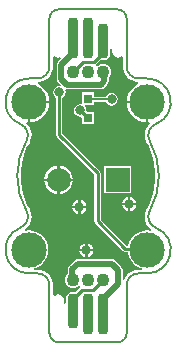
<source format=gtl>
G04*
G04 #@! TF.GenerationSoftware,Altium Limited,Altium Designer,21.6.4 (81)*
G04*
G04 Layer_Physical_Order=1*
G04 Layer_Color=255*
%FSAX25Y25*%
%MOIN*%
G70*
G04*
G04 #@! TF.SameCoordinates,9A5FF030-8DC4-432F-A364-1BA2AF03453A*
G04*
G04*
G04 #@! TF.FilePolarity,Positive*
G04*
G01*
G75*
%ADD13C,0.00787*%
G04:AMPARAMS|DCode=15|XSize=35.43mil|YSize=135.83mil|CornerRadius=13.82mil|HoleSize=0mil|Usage=FLASHONLY|Rotation=0.000|XOffset=0mil|YOffset=0mil|HoleType=Round|Shape=RoundedRectangle|*
%AMROUNDEDRECTD15*
21,1,0.03543,0.10819,0,0,0.0*
21,1,0.00780,0.13583,0,0,0.0*
1,1,0.02764,0.00390,-0.05409*
1,1,0.02764,-0.00390,-0.05409*
1,1,0.02764,-0.00390,0.05409*
1,1,0.02764,0.00390,0.05409*
%
%ADD15ROUNDEDRECTD15*%
G04:AMPARAMS|DCode=16|XSize=35.43mil|YSize=116.14mil|CornerRadius=13.82mil|HoleSize=0mil|Usage=FLASHONLY|Rotation=0.000|XOffset=0mil|YOffset=0mil|HoleType=Round|Shape=RoundedRectangle|*
%AMROUNDEDRECTD16*
21,1,0.03543,0.08850,0,0,0.0*
21,1,0.00780,0.11614,0,0,0.0*
1,1,0.02764,0.00390,-0.04425*
1,1,0.02764,-0.00390,-0.04425*
1,1,0.02764,-0.00390,0.04425*
1,1,0.02764,0.00390,0.04425*
%
%ADD16ROUNDEDRECTD16*%
%ADD20C,0.04331*%
%ADD23R,0.03150X0.03150*%
%ADD24C,0.00984*%
%ADD25C,0.01968*%
%ADD26R,0.07874X0.07874*%
%ADD27C,0.07874*%
%ADD28C,0.11811*%
%ADD29C,0.03150*%
%ADD30C,0.02362*%
G36*
X0008015Y0074918D02*
Y0073819D01*
X0008160Y0073089D01*
X0008573Y0072471D01*
X0009192Y0072057D01*
X0009921Y0071912D01*
X0010651Y0072057D01*
X0011170Y0072404D01*
X0011670Y0072238D01*
Y0068898D01*
X0011676Y0068868D01*
X0011671Y0068838D01*
X0011690Y0068452D01*
X0011712Y0068366D01*
X0011712Y0068277D01*
X0011863Y0067520D01*
X0011908Y0067410D01*
X0011931Y0067294D01*
X0012227Y0066581D01*
X0012293Y0066483D01*
X0012338Y0066373D01*
X0012767Y0065731D01*
X0012851Y0065648D01*
X0012917Y0065549D01*
X0013462Y0065003D01*
X0013561Y0064937D01*
X0013645Y0064854D01*
X0014286Y0064425D01*
X0014396Y0064379D01*
X0014494Y0064314D01*
X0015207Y0064018D01*
X0015324Y0063995D01*
X0015433Y0063950D01*
X0016190Y0063799D01*
X0016279Y0063799D01*
X0016366Y0063777D01*
X0016751Y0063758D01*
X0016795Y0063697D01*
X0016733Y0063098D01*
X0015949Y0062678D01*
X0014930Y0061842D01*
X0014093Y0060823D01*
X0013472Y0059660D01*
X0013089Y0058399D01*
X0012999Y0057480D01*
X0019685D01*
Y0057087D01*
X0020079D01*
Y0050400D01*
X0020405Y0050432D01*
X0020437Y0050387D01*
X0020592Y0049946D01*
X0020005Y0049341D01*
X0019935Y0049233D01*
X0019846Y0049138D01*
X0019401Y0048423D01*
X0019356Y0048302D01*
X0019290Y0048190D01*
X0019007Y0047396D01*
X0018988Y0047269D01*
X0018947Y0047146D01*
X0018840Y0046310D01*
X0018849Y0046181D01*
X0018835Y0046052D01*
X0018908Y0045213D01*
X0018945Y0045089D01*
X0018958Y0044960D01*
X0019208Y0044155D01*
X0019255Y0044070D01*
X0019281Y0043976D01*
X0019469Y0043598D01*
X0019489Y0043572D01*
X0019499Y0043541D01*
X0020213Y0042282D01*
X0021306Y0039600D01*
X0022045Y0036800D01*
X0022418Y0033928D01*
X0022418Y0031032D01*
X0022045Y0028161D01*
X0021306Y0025361D01*
X0020213Y0022679D01*
X0019499Y0021419D01*
X0019489Y0021388D01*
X0019469Y0021362D01*
X0019281Y0020985D01*
X0019255Y0020891D01*
X0019208Y0020805D01*
X0018958Y0020001D01*
X0018945Y0019872D01*
X0018908Y0019748D01*
X0018835Y0018908D01*
X0018849Y0018780D01*
X0018840Y0018651D01*
X0018947Y0017815D01*
X0018988Y0017692D01*
X0019007Y0017564D01*
X0019290Y0016770D01*
X0019356Y0016659D01*
X0019401Y0016538D01*
X0019846Y0015822D01*
X0019935Y0015728D01*
X0020005Y0015619D01*
X0020592Y0015015D01*
X0020698Y0014941D01*
X0020790Y0014850D01*
X0020989Y0014718D01*
X0020932Y0014216D01*
X0020890Y0014184D01*
X0019685Y0014303D01*
X0018431Y0014179D01*
X0017225Y0013813D01*
X0016114Y0013219D01*
X0015139Y0012420D01*
X0014340Y0011446D01*
X0013746Y0010334D01*
X0013423Y0009271D01*
X0012719D01*
X0004153Y0017837D01*
Y0033442D01*
X0004077Y0033826D01*
X0003859Y0034151D01*
X-0008544Y0046554D01*
Y0058519D01*
X-0008057Y0058845D01*
X-0007600Y0059528D01*
X-0007440Y0060335D01*
X-0007568Y0060978D01*
X-0007294Y0061340D01*
X-0007183Y0061411D01*
X-0007067Y0061388D01*
X0004331D01*
X0004907Y0061503D01*
X0005395Y0061829D01*
X0006478Y0062912D01*
X0006804Y0063400D01*
X0006919Y0063976D01*
Y0065261D01*
X0007321Y0065786D01*
X0007589Y0066432D01*
X0007680Y0067126D01*
X0007589Y0067820D01*
X0007321Y0068466D01*
X0006895Y0069021D01*
X0006340Y0069447D01*
X0005694Y0069715D01*
X0005000Y0069806D01*
X0004306Y0069715D01*
X0003660Y0069447D01*
X0003187Y0069085D01*
X0002787Y0069084D01*
X0002587Y0069124D01*
X0002709Y0069731D01*
X0002757Y0069763D01*
X0004200Y0071206D01*
X0004610Y0071125D01*
X0005390D01*
X0006121Y0071270D01*
X0006741Y0071684D01*
X0007155Y0072304D01*
X0007300Y0073035D01*
Y0074679D01*
X0007750Y0075022D01*
X0008015Y0074918D01*
D02*
G37*
G36*
X-0010651Y0072057D02*
X-0009921Y0071912D01*
X-0009192Y0072057D01*
X-0008910Y0071644D01*
X-0010018Y0070537D01*
X-0010344Y0070048D01*
X-0010458Y0069472D01*
Y0064780D01*
X-0010344Y0064204D01*
X-0010018Y0063716D01*
X-0009181Y0062879D01*
X-0009427Y0062418D01*
X-0009547Y0062442D01*
X-0010354Y0062282D01*
X-0011037Y0061825D01*
X-0011494Y0061141D01*
X-0011655Y0060335D01*
X-0011494Y0059528D01*
X-0011037Y0058845D01*
X-0010551Y0058519D01*
Y0046139D01*
X-0010474Y0045755D01*
X-0010257Y0045429D01*
X0002146Y0033026D01*
Y0017421D01*
X0002222Y0017037D01*
X0002440Y0016712D01*
X0011594Y0007558D01*
X0011919Y0007341D01*
X0012303Y0007264D01*
X0013317D01*
X0013380Y0006620D01*
X0013746Y0005414D01*
X0014340Y0004302D01*
X0015139Y0003328D01*
X0016114Y0002529D01*
X0017225Y0001935D01*
X0017985Y0001704D01*
X0017911Y0001204D01*
X0016811D01*
X0016781Y0001198D01*
X0016751Y0001203D01*
X0016366Y0001184D01*
X0016279Y0001162D01*
X0016190Y0001162D01*
X0015433Y0001011D01*
X0015324Y0000966D01*
X0015207Y0000943D01*
X0014494Y0000647D01*
X0014396Y0000581D01*
X0014286Y0000536D01*
X0013645Y0000107D01*
X0013561Y0000023D01*
X0013462Y-0000043D01*
X0012917Y-0000588D01*
X0012851Y-0000687D01*
X0012767Y-0000771D01*
X0012338Y-0001412D01*
X0012293Y-0001522D01*
X0012227Y-0001620D01*
X0012027Y-0002103D01*
X0011527Y-0002003D01*
Y0001100D01*
X0011527Y0001100D01*
X0011412Y0001677D01*
X0011086Y0002165D01*
X0011086Y0002165D01*
X0008938Y0004312D01*
X0008450Y0004639D01*
X0007874Y0004753D01*
X-0003272D01*
X-0003848Y0004639D01*
X-0004336Y0004312D01*
X-0006256Y0002392D01*
X-0006583Y0001904D01*
X-0006697Y0001328D01*
Y-0000118D01*
X-0006895Y-0000270D01*
X-0007321Y-0000825D01*
X-0007589Y-0001472D01*
X-0007680Y-0002165D01*
X-0007589Y-0002859D01*
X-0007321Y-0003506D01*
X-0006895Y-0004061D01*
X-0006340Y-0004487D01*
X-0005694Y-0004754D01*
X-0005000Y-0004846D01*
X-0004306Y-0004754D01*
X-0003660Y-0004487D01*
X-0003208Y-0004140D01*
X-0002784Y-0004147D01*
X-0002629Y-0004188D01*
X-0002658Y-0004704D01*
X-0004200Y-0006246D01*
X-0004610Y-0006164D01*
X-0005390D01*
X-0006121Y-0006310D01*
X-0006741Y-0006724D01*
X-0007155Y-0007344D01*
X-0007300Y-0008075D01*
Y-0009719D01*
X-0007750Y-0010061D01*
X-0008015Y-0009957D01*
Y-0008858D01*
X-0008160Y-0008129D01*
X-0008573Y-0007510D01*
X-0009192Y-0007097D01*
X-0009921Y-0006952D01*
X-0010651Y-0007097D01*
X-0011170Y-0007443D01*
X-0011670Y-0007278D01*
Y-0003937D01*
X-0011676Y-0003907D01*
X-0011671Y-0003878D01*
X-0011690Y-0003492D01*
X-0011712Y-0003405D01*
X-0011712Y-0003316D01*
X-0011863Y-0002559D01*
X-0011908Y-0002450D01*
X-0011931Y-0002333D01*
X-0012227Y-0001620D01*
X-0012293Y-0001522D01*
X-0012338Y-0001412D01*
X-0012767Y-0000771D01*
X-0012851Y-0000687D01*
X-0012917Y-0000588D01*
X-0013462Y-0000043D01*
X-0013561Y0000023D01*
X-0013645Y0000107D01*
X-0014286Y0000536D01*
X-0014396Y0000581D01*
X-0014494Y0000647D01*
X-0015207Y0000943D01*
X-0015324Y0000966D01*
X-0015433Y0001011D01*
X-0016190Y0001162D01*
X-0016279Y0001162D01*
X-0016366Y0001184D01*
X-0016752Y0001203D01*
X-0016781Y0001198D01*
X-0016811Y0001204D01*
X-0017911Y0001204D01*
X-0017985Y0001704D01*
X-0017225Y0001935D01*
X-0016114Y0002529D01*
X-0015139Y0003328D01*
X-0014340Y0004302D01*
X-0013746Y0005414D01*
X-0013380Y0006620D01*
X-0013256Y0007874D01*
X-0013380Y0009128D01*
X-0013746Y0010334D01*
X-0014340Y0011446D01*
X-0015139Y0012420D01*
X-0016114Y0013219D01*
X-0017225Y0013813D01*
X-0018431Y0014179D01*
X-0019685Y0014303D01*
X-0020890Y0014184D01*
X-0020932Y0014216D01*
X-0020989Y0014718D01*
X-0020790Y0014850D01*
X-0020698Y0014941D01*
X-0020592Y0015015D01*
X-0020005Y0015619D01*
X-0019935Y0015728D01*
X-0019846Y0015822D01*
X-0019401Y0016538D01*
X-0019356Y0016659D01*
X-0019290Y0016770D01*
X-0019007Y0017564D01*
X-0018988Y0017692D01*
X-0018947Y0017815D01*
X-0018840Y0018651D01*
X-0018849Y0018780D01*
X-0018835Y0018908D01*
X-0018908Y0019748D01*
X-0018945Y0019872D01*
X-0018958Y0020001D01*
X-0019208Y0020805D01*
X-0019255Y0020891D01*
X-0019281Y0020985D01*
X-0019469Y0021362D01*
X-0019489Y0021388D01*
X-0019499Y0021419D01*
X-0020213Y0022679D01*
X-0021306Y0025361D01*
X-0022045Y0028161D01*
X-0022418Y0031032D01*
X-0022418Y0033928D01*
X-0022045Y0036800D01*
X-0021306Y0039600D01*
X-0020213Y0042282D01*
X-0019499Y0043541D01*
X-0019489Y0043572D01*
X-0019469Y0043598D01*
X-0019281Y0043976D01*
X-0019255Y0044070D01*
X-0019208Y0044155D01*
X-0018958Y0044960D01*
X-0018945Y0045089D01*
X-0018908Y0045213D01*
X-0018835Y0046052D01*
X-0018849Y0046181D01*
X-0018840Y0046310D01*
X-0018947Y0047146D01*
X-0018988Y0047269D01*
X-0019007Y0047396D01*
X-0019290Y0048190D01*
X-0019356Y0048302D01*
X-0019401Y0048423D01*
X-0019846Y0049138D01*
X-0019935Y0049233D01*
X-0020005Y0049341D01*
X-0020592Y0049946D01*
X-0020437Y0050387D01*
X-0020405Y0050432D01*
X-0020079Y0050400D01*
Y0057087D01*
X-0019685D01*
Y0057480D01*
X-0012999D01*
X-0013089Y0058399D01*
X-0013472Y0059660D01*
X-0014093Y0060823D01*
X-0014930Y0061842D01*
X-0015949Y0062678D01*
X-0016733Y0063098D01*
X-0016795Y0063697D01*
X-0016751Y0063758D01*
X-0016366Y0063777D01*
X-0016279Y0063799D01*
X-0016190Y0063799D01*
X-0015433Y0063950D01*
X-0015324Y0063995D01*
X-0015207Y0064018D01*
X-0014494Y0064314D01*
X-0014396Y0064379D01*
X-0014286Y0064425D01*
X-0013645Y0064854D01*
X-0013561Y0064937D01*
X-0013462Y0065003D01*
X-0012917Y0065549D01*
X-0012851Y0065648D01*
X-0012767Y0065731D01*
X-0012338Y0066373D01*
X-0012293Y0066482D01*
X-0012227Y0066581D01*
X-0011931Y0067294D01*
X-0011908Y0067410D01*
X-0011863Y0067520D01*
X-0011712Y0068277D01*
X-0011712Y0068366D01*
X-0011690Y0068452D01*
X-0011671Y0068838D01*
X-0011676Y0068868D01*
X-0011670Y0068898D01*
Y0072238D01*
X-0011170Y0072404D01*
X-0010651Y0072057D01*
D02*
G37*
%LPC*%
G36*
X0002067Y0060335D02*
X-0002067D01*
Y0056704D01*
X-0002453Y0056386D01*
X-0002662Y0056428D01*
X-0003469Y0056267D01*
X-0004152Y0055811D01*
X-0004609Y0055127D01*
X-0004770Y0054321D01*
X-0004609Y0053514D01*
X-0004152Y0052830D01*
X-0003469Y0052373D01*
X-0002662Y0052213D01*
X-0002453Y0052255D01*
X-0002067Y0051937D01*
Y0049705D01*
X0002067D01*
Y0053839D01*
X-0000141D01*
X-0000555Y0054321D01*
X-0000715Y0055127D01*
X-0001099Y0055701D01*
X-0000924Y0056201D01*
X0002067D01*
Y0057115D01*
X0005963D01*
X0006355Y0056528D01*
X0007039Y0056071D01*
X0007845Y0055911D01*
X0008652Y0056071D01*
X0009336Y0056528D01*
X0009792Y0057212D01*
X0009953Y0058018D01*
X0009792Y0058825D01*
X0009336Y0059508D01*
X0008652Y0059965D01*
X0007845Y0060126D01*
X0007039Y0059965D01*
X0006355Y0059508D01*
X0005963Y0058921D01*
X0002067D01*
Y0060335D01*
D02*
G37*
G36*
X0019291Y0056693D02*
X0012999D01*
X0013089Y0055775D01*
X0013472Y0054513D01*
X0014093Y0053350D01*
X0014930Y0052331D01*
X0015949Y0051495D01*
X0017111Y0050873D01*
X0018373Y0050490D01*
X0019291Y0050400D01*
Y0056693D01*
D02*
G37*
G36*
X0014272Y0035630D02*
X0005413D01*
Y0026772D01*
X0014272D01*
Y0035630D01*
D02*
G37*
G36*
X0014140Y0025403D02*
Y0023466D01*
X0016076D01*
X0015971Y0023994D01*
X0015449Y0024776D01*
X0014668Y0025298D01*
X0014140Y0025403D01*
D02*
G37*
G36*
X0013352D02*
X0012824Y0025298D01*
X0012043Y0024776D01*
X0011521Y0023994D01*
X0011416Y0023466D01*
X0013352D01*
Y0025403D01*
D02*
G37*
G36*
X0016076Y0022679D02*
X0014140D01*
Y0020742D01*
X0014668Y0020847D01*
X0015449Y0021369D01*
X0015971Y0022151D01*
X0016076Y0022679D01*
D02*
G37*
G36*
X0013352D02*
X0011416D01*
X0011521Y0022151D01*
X0012043Y0021369D01*
X0012824Y0020847D01*
X0013352Y0020742D01*
Y0022679D01*
D02*
G37*
G36*
X-0012999Y0056693D02*
X-0019291D01*
Y0050400D01*
X-0018373Y0050490D01*
X-0017111Y0050873D01*
X-0015949Y0051495D01*
X-0014930Y0052331D01*
X-0014093Y0053350D01*
X-0013472Y0054513D01*
X-0013089Y0055775D01*
X-0012999Y0056693D01*
D02*
G37*
G36*
X-0009449Y0035914D02*
Y0031594D01*
X-0005129D01*
X-0005240Y0032434D01*
X-0005716Y0033583D01*
X-0006473Y0034570D01*
X-0007460Y0035328D01*
X-0008609Y0035804D01*
X-0009449Y0035914D01*
D02*
G37*
G36*
X-0010236Y0035914D02*
X-0011076Y0035804D01*
X-0012225Y0035328D01*
X-0013212Y0034570D01*
X-0013969Y0033583D01*
X-0014445Y0032434D01*
X-0014556Y0031594D01*
X-0010236D01*
Y0035914D01*
D02*
G37*
G36*
X-0005129Y0030807D02*
X-0009449D01*
Y0026487D01*
X-0008609Y0026598D01*
X-0007460Y0027074D01*
X-0006473Y0027831D01*
X-0005716Y0028818D01*
X-0005240Y0029967D01*
X-0005129Y0030807D01*
D02*
G37*
G36*
X-0010236D02*
X-0014556D01*
X-0014445Y0029967D01*
X-0013969Y0028818D01*
X-0013212Y0027831D01*
X-0012225Y0027074D01*
X-0011076Y0026598D01*
X-0010236Y0026487D01*
Y0030807D01*
D02*
G37*
G36*
X-0002488Y0024414D02*
Y0022478D01*
X-0000552D01*
X-0000657Y0023006D01*
X-0001179Y0023787D01*
X-0001960Y0024309D01*
X-0002488Y0024414D01*
D02*
G37*
G36*
X-0003276D02*
X-0003804Y0024309D01*
X-0004585Y0023787D01*
X-0005107Y0023006D01*
X-0005212Y0022478D01*
X-0003276D01*
Y0024414D01*
D02*
G37*
G36*
X-0000552Y0021690D02*
X-0002488D01*
Y0019754D01*
X-0001960Y0019859D01*
X-0001179Y0020381D01*
X-0000657Y0021162D01*
X-0000552Y0021690D01*
D02*
G37*
G36*
X-0003276D02*
X-0005212D01*
X-0005107Y0021162D01*
X-0004585Y0020381D01*
X-0003804Y0019859D01*
X-0003276Y0019754D01*
Y0021690D01*
D02*
G37*
G36*
X-0000130Y0010006D02*
Y0008069D01*
X0001807D01*
X0001702Y0008597D01*
X0001179Y0009379D01*
X0000398Y0009901D01*
X-0000130Y0010006D01*
D02*
G37*
G36*
X-0000917D02*
X-0001445Y0009901D01*
X-0002227Y0009379D01*
X-0002749Y0008597D01*
X-0002854Y0008069D01*
X-0000917D01*
Y0010006D01*
D02*
G37*
G36*
X0001807Y0007282D02*
X-0000130D01*
Y0005345D01*
X0000398Y0005451D01*
X0001179Y0005973D01*
X0001702Y0006754D01*
X0001807Y0007282D01*
D02*
G37*
G36*
X-0000917D02*
X-0002854D01*
X-0002749Y0006754D01*
X-0002227Y0005973D01*
X-0001445Y0005451D01*
X-0000917Y0005345D01*
Y0007282D01*
D02*
G37*
%LPD*%
D13*
X0000249Y0058018D02*
X0007845D01*
X0000000Y0058268D02*
X0000249Y0058018D01*
X0004431Y0068307D02*
X0005000D01*
X-0005000Y-0003347D02*
X-0004431D01*
X0022543Y0049747D02*
G03*
X0020547Y0044135I0001428J-0003669D01*
G01*
X-0012874Y-0019882D02*
G03*
X-0009724Y-0023031I0003145J-0000004D01*
G01*
X0020547Y0020825D02*
G03*
X0020547Y0044135I-0020547J0011655D01*
G01*
X-0016811Y0064961D02*
G03*
X-0012874Y0068898I-0000001J0003938D01*
G01*
Y-0003937D02*
G03*
X-0016811Y0000000I-0003938J-0000001D01*
G01*
X-0009724Y0087992D02*
G03*
X-0012874Y0084842I-0000004J-0003145D01*
G01*
X0020547Y0020825D02*
G03*
X0022543Y0015214I0003424J-0001942D01*
G01*
X-0022543Y0015214D02*
G03*
X-0019488Y0000000I0002857J-0007340D01*
G01*
X0012874Y0084842D02*
G03*
X0009724Y0087992I-0003145J0000004D01*
G01*
X0019488Y0000000D02*
G03*
X0022543Y0015214I0000197J0007874D01*
G01*
X-0022543D02*
G03*
X-0020547Y0020825I-0001428J0003669D01*
G01*
X0012874Y0068898D02*
G03*
X0016811Y0064961I0003938J0000001D01*
G01*
Y0000000D02*
G03*
X0012874Y-0003937I0000001J-0003938D01*
G01*
X-0019488Y0064961D02*
G03*
X-0022543Y0049747I-0000197J-0007874D01*
G01*
X-0020547Y0044135D02*
G03*
X-0020547Y0020825I0020547J-0011655D01*
G01*
X0022543Y0049747D02*
G03*
X0019488Y0064961I-0002858J0007340D01*
G01*
X-0020547Y0044135D02*
G03*
X-0022543Y0049747I-0003424J0001942D01*
G01*
X0009724Y-0023031D02*
G03*
X0012874Y-0019882I0000004J0003145D01*
G01*
X-0019488Y0064961D02*
X-0016811D01*
X0012874Y-0019882D02*
Y-0003937D01*
X-0012874Y0068898D02*
Y0084842D01*
X-0009724Y-0023031D02*
X0009724D01*
X-0009724Y0087992D02*
X0009724D01*
X-0012874Y-0019882D02*
Y-0003937D01*
X0012874Y0068898D02*
Y0084842D01*
X-0019488Y0000000D02*
X-0016811D01*
X0016811Y0064961D02*
X0019488D01*
X0016811Y0000000D02*
X0019488D01*
D15*
X0000000Y-0013484D02*
D03*
X0005000D02*
D03*
X0000000Y0078445D02*
D03*
X-0005000D02*
D03*
D16*
Y-0012500D02*
D03*
X0005000Y0077461D02*
D03*
D20*
Y-0002165D02*
D03*
X0000000D02*
D03*
X-0005000D02*
D03*
Y0067126D02*
D03*
X0000000D02*
D03*
X0005000D02*
D03*
D23*
X0000000Y0051772D02*
D03*
Y0058268D02*
D03*
D24*
X-0002662Y0054321D02*
X-0002549D01*
X0000000Y0051772D01*
X0003150Y0017421D02*
X0012303Y0008268D01*
X0019291D02*
X0019685Y0007874D01*
X0012303Y0008268D02*
X0019291D01*
X0003150Y0017421D02*
Y0033442D01*
X-0009547Y0046139D02*
X0003150Y0033442D01*
X-0009547Y0046139D02*
Y0060335D01*
X-0005000Y0067126D02*
X-0001654Y0070472D01*
X0002047D02*
X0005000Y0073425D01*
X-0001654Y0070472D02*
X0002047D01*
X0005000Y0073425D02*
Y0077461D01*
X-0005000Y-0012500D02*
Y-0008465D01*
X-0001949Y-0005413D01*
X0001752D01*
X0005000Y-0002165D01*
D25*
Y-0008465D02*
X0010022Y-0003443D01*
Y0001100D01*
X0007874Y0003248D02*
X0010022Y0001100D01*
X-0008953Y0064780D02*
X-0007067Y0062894D01*
X-0008953Y0064780D02*
Y0069472D01*
X-0007067Y0062894D02*
X0004331D01*
X0005413Y0063976D02*
Y0066713D01*
X0004331Y0062894D02*
X0005413Y0063976D01*
X0005000Y0067126D02*
X0005413Y0066713D01*
X-0008953Y0069472D02*
X-0005000Y0073425D01*
Y0078445D01*
X-0005192Y-0001973D02*
Y0001328D01*
Y-0001973D02*
X-0005000Y-0002165D01*
X-0005192Y0001328D02*
X-0003272Y0003248D01*
X0007874D01*
X0005000Y-0013484D02*
Y-0008465D01*
D26*
X0009843Y0031201D02*
D03*
D27*
X-0009843D02*
D03*
D28*
X0019685Y0007874D02*
D03*
X-0019685Y0057087D02*
D03*
X0019685D02*
D03*
X-0019685Y0007874D02*
D03*
D29*
X-0002662Y0054321D02*
D03*
X0007845Y0058018D02*
D03*
X-0009547Y0060335D02*
D03*
X-0002882Y0022084D02*
D03*
X0013746Y0023073D02*
D03*
X-0000524Y0007676D02*
D03*
D30*
X0000000Y-0013484D02*
D03*
Y0078445D02*
D03*
M02*

</source>
